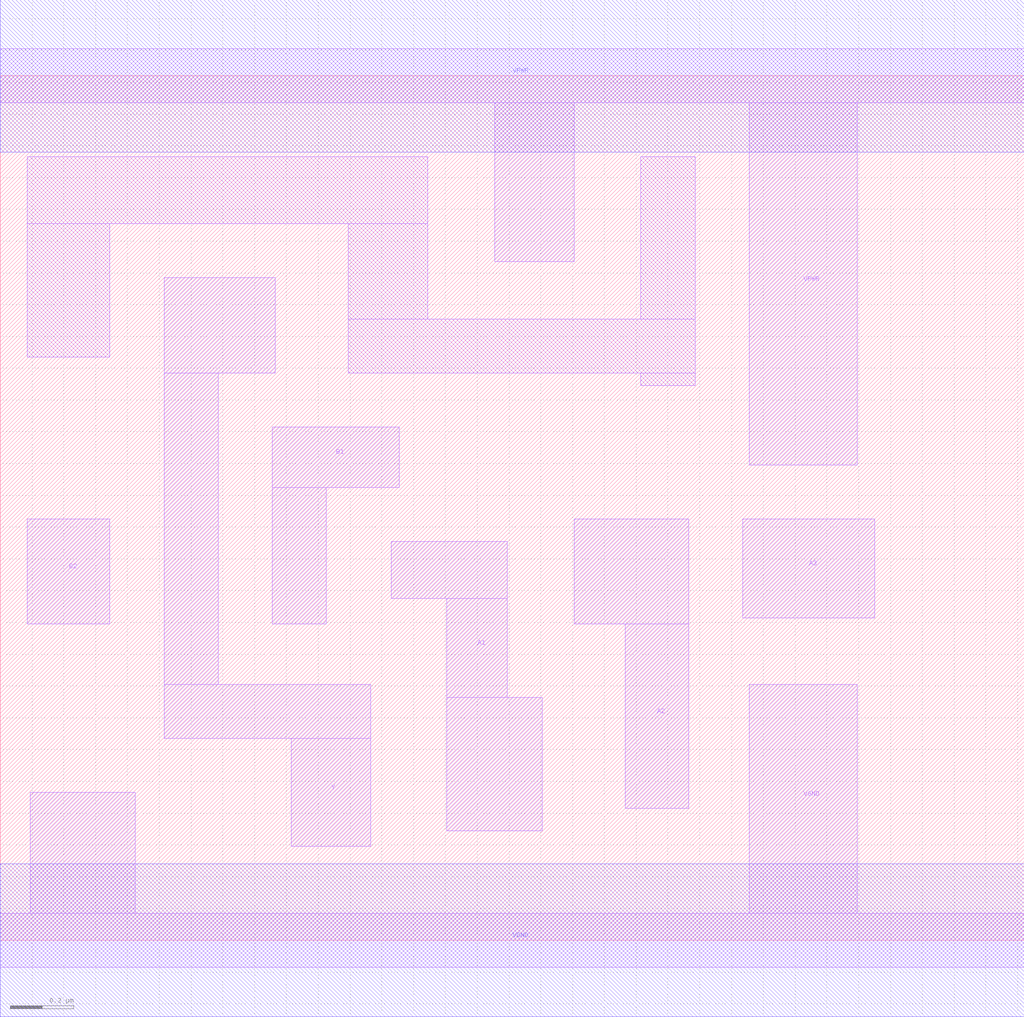
<source format=lef>
# Copyright 2020 The SkyWater PDK Authors
#
# Licensed under the Apache License, Version 2.0 (the "License");
# you may not use this file except in compliance with the License.
# You may obtain a copy of the License at
#
#     https://www.apache.org/licenses/LICENSE-2.0
#
# Unless required by applicable law or agreed to in writing, software
# distributed under the License is distributed on an "AS IS" BASIS,
# WITHOUT WARRANTIES OR CONDITIONS OF ANY KIND, either express or implied.
# See the License for the specific language governing permissions and
# limitations under the License.
#
# SPDX-License-Identifier: Apache-2.0

VERSION 5.5 ;
NAMESCASESENSITIVE ON ;
BUSBITCHARS "[]" ;
DIVIDERCHAR "/" ;
MACRO sky130_fd_sc_hd__a32oi_1
  CLASS CORE ;
  SOURCE USER ;
  ORIGIN  0.000000  0.000000 ;
  SIZE  3.220000 BY  2.720000 ;
  SYMMETRY X Y R90 ;
  SITE unithd ;
  PIN A1
    ANTENNAGATEAREA  0.247500 ;
    DIRECTION INPUT ;
    USE SIGNAL ;
    PORT
      LAYER li1 ;
        RECT 1.230000 1.075000 1.595000 1.255000 ;
        RECT 1.405000 0.345000 1.705000 0.765000 ;
        RECT 1.405000 0.765000 1.595000 1.075000 ;
    END
  END A1
  PIN A2
    ANTENNAGATEAREA  0.247500 ;
    DIRECTION INPUT ;
    USE SIGNAL ;
    PORT
      LAYER li1 ;
        RECT 1.805000 0.995000 2.165000 1.325000 ;
        RECT 1.965000 0.415000 2.165000 0.995000 ;
    END
  END A2
  PIN A3
    ANTENNAGATEAREA  0.247500 ;
    DIRECTION INPUT ;
    USE SIGNAL ;
    PORT
      LAYER li1 ;
        RECT 2.335000 1.015000 2.750000 1.325000 ;
    END
  END A3
  PIN B1
    ANTENNAGATEAREA  0.247500 ;
    DIRECTION INPUT ;
    USE SIGNAL ;
    PORT
      LAYER li1 ;
        RECT 0.855000 0.995000 1.025000 1.425000 ;
        RECT 0.855000 1.425000 1.255000 1.615000 ;
    END
  END B1
  PIN B2
    ANTENNAGATEAREA  0.247500 ;
    DIRECTION INPUT ;
    USE SIGNAL ;
    PORT
      LAYER li1 ;
        RECT 0.085000 0.995000 0.345000 1.325000 ;
    END
  END B2
  PIN Y
    ANTENNADIFFAREA  0.575500 ;
    DIRECTION OUTPUT ;
    USE SIGNAL ;
    PORT
      LAYER li1 ;
        RECT 0.515000 0.635000 1.165000 0.805000 ;
        RECT 0.515000 0.805000 0.685000 1.785000 ;
        RECT 0.515000 1.785000 0.865000 2.085000 ;
        RECT 0.915000 0.295000 1.165000 0.635000 ;
    END
  END Y
  PIN VGND
    DIRECTION INOUT ;
    SHAPE ABUTMENT ;
    USE GROUND ;
    PORT
      LAYER li1 ;
        RECT 0.000000 -0.085000 3.220000 0.085000 ;
        RECT 0.095000  0.085000 0.425000 0.465000 ;
        RECT 2.355000  0.085000 2.695000 0.805000 ;
    END
    PORT
      LAYER met1 ;
        RECT 0.000000 -0.240000 3.220000 0.240000 ;
    END
  END VGND
  PIN VPWR
    DIRECTION INOUT ;
    SHAPE ABUTMENT ;
    USE POWER ;
    PORT
      LAYER li1 ;
        RECT 0.000000 2.635000 3.220000 2.805000 ;
        RECT 1.555000 2.135000 1.805000 2.635000 ;
        RECT 2.355000 1.495000 2.695000 2.635000 ;
    END
    PORT
      LAYER met1 ;
        RECT 0.000000 2.480000 3.220000 2.960000 ;
    END
  END VPWR
  OBS
    LAYER li1 ;
      RECT 0.085000 1.835000 0.345000 2.255000 ;
      RECT 0.085000 2.255000 1.345000 2.465000 ;
      RECT 1.095000 1.785000 2.185000 1.955000 ;
      RECT 1.095000 1.955000 1.345000 2.255000 ;
      RECT 2.015000 1.745000 2.185000 1.785000 ;
      RECT 2.015000 1.955000 2.185000 2.465000 ;
  END
END sky130_fd_sc_hd__a32oi_1
END LIBRARY

</source>
